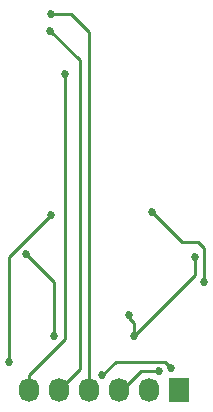
<source format=gbl>
%TF.GenerationSoftware,KiCad,Pcbnew,4.0.7-e2-6376~58~ubuntu16.04.1*%
%TF.CreationDate,2018-01-20T15:49:45+01:00*%
%TF.ProjectId,Modulo_bluetooth,4D6F64756C6F5F626C7565746F6F7468,rev?*%
%TF.FileFunction,Copper,L2,Bot,Signal*%
%FSLAX46Y46*%
G04 Gerber Fmt 4.6, Leading zero omitted, Abs format (unit mm)*
G04 Created by KiCad (PCBNEW 4.0.7-e2-6376~58~ubuntu16.04.1) date Sat Jan 20 15:49:45 2018*
%MOMM*%
%LPD*%
G01*
G04 APERTURE LIST*
%ADD10C,0.100000*%
%ADD11R,1.727200X2.032000*%
%ADD12O,1.727200X2.032000*%
%ADD13C,0.685800*%
%ADD14C,0.254000*%
G04 APERTURE END LIST*
D10*
D11*
X15494000Y-33528000D03*
D12*
X12954000Y-33528000D03*
X10414000Y-33528000D03*
X7874000Y-33528000D03*
X5334000Y-33528000D03*
X2794000Y-33528000D03*
D13*
X2540000Y-21971000D03*
X4953000Y-28956000D03*
X11303000Y-27178000D03*
X13843000Y-31877000D03*
X11684000Y-28956000D03*
X16891000Y-22225000D03*
X4699000Y-1651000D03*
X4627000Y-3120000D03*
X5842000Y-6731000D03*
X14859000Y-31623000D03*
X9017000Y-32258000D03*
X1143000Y-31115000D03*
X4699000Y-18669000D03*
X17653000Y-24384000D03*
X13208000Y-18415000D03*
D14*
X2540000Y-21971000D02*
X4953000Y-24384000D01*
X4953000Y-24384000D02*
X4953000Y-28956000D01*
X11684000Y-28956000D02*
X11684000Y-27813000D01*
X11303000Y-27432000D02*
X11303000Y-27178000D01*
X11684000Y-27813000D02*
X11303000Y-27432000D01*
X10414000Y-33528000D02*
X10668000Y-33528000D01*
X10668000Y-33528000D02*
X12319000Y-31877000D01*
X12319000Y-31877000D02*
X13843000Y-31877000D01*
X11684000Y-28956000D02*
X16891000Y-23749000D01*
X16891000Y-23749000D02*
X16891000Y-22225000D01*
X7874000Y-33528000D02*
X7874000Y-3175000D01*
X6350000Y-1651000D02*
X4699000Y-1651000D01*
X7874000Y-3175000D02*
X6350000Y-1651000D01*
X4627000Y-3120000D02*
X7112000Y-5605000D01*
X7112000Y-5605000D02*
X7112000Y-31750000D01*
X7112000Y-31750000D02*
X5334000Y-33528000D01*
X2794000Y-33528000D02*
X2794000Y-32258000D01*
X5842000Y-29210000D02*
X5842000Y-6731000D01*
X2794000Y-32258000D02*
X5842000Y-29210000D01*
X14351000Y-31115000D02*
X14859000Y-31623000D01*
X10160000Y-31115000D02*
X14351000Y-31115000D01*
X9017000Y-32258000D02*
X10160000Y-31115000D01*
X1143000Y-22225000D02*
X1143000Y-31115000D01*
X4699000Y-18669000D02*
X1143000Y-22225000D01*
X17653000Y-21463000D02*
X17653000Y-24384000D01*
X17145000Y-20955000D02*
X17653000Y-21463000D01*
X15748000Y-20955000D02*
X17145000Y-20955000D01*
X13208000Y-18415000D02*
X15748000Y-20955000D01*
M02*

</source>
